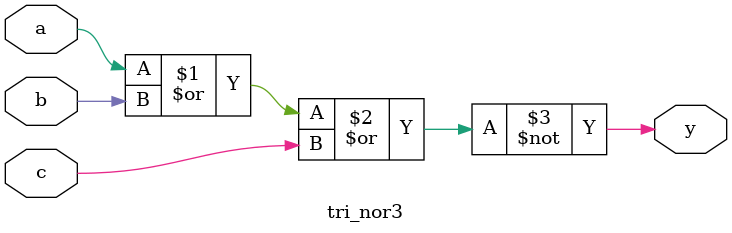
<source format=v>

`timescale 1 ns / 1 ns


`include "tri_a2o.vh"

module tri_nor3(
   y,
   a,
   b,
   c
);
   parameter                      WIDTH = 1;
   parameter                      BTR = "NOR3_X2M_NONE";  
   output [0:WIDTH-1]  y;
   input [0:WIDTH-1]   a;
   input [0:WIDTH-1]   b;
   input [0:WIDTH-1]   c;

   genvar 	       i;
   
   generate
      begin : t
	 for (i = 0; i < WIDTH; i = i + 1)
	   begin : w

	      nor I0(y[i], a[i], b[i], c[i]);

	   end 
      end
      
   endgenerate
endmodule



</source>
